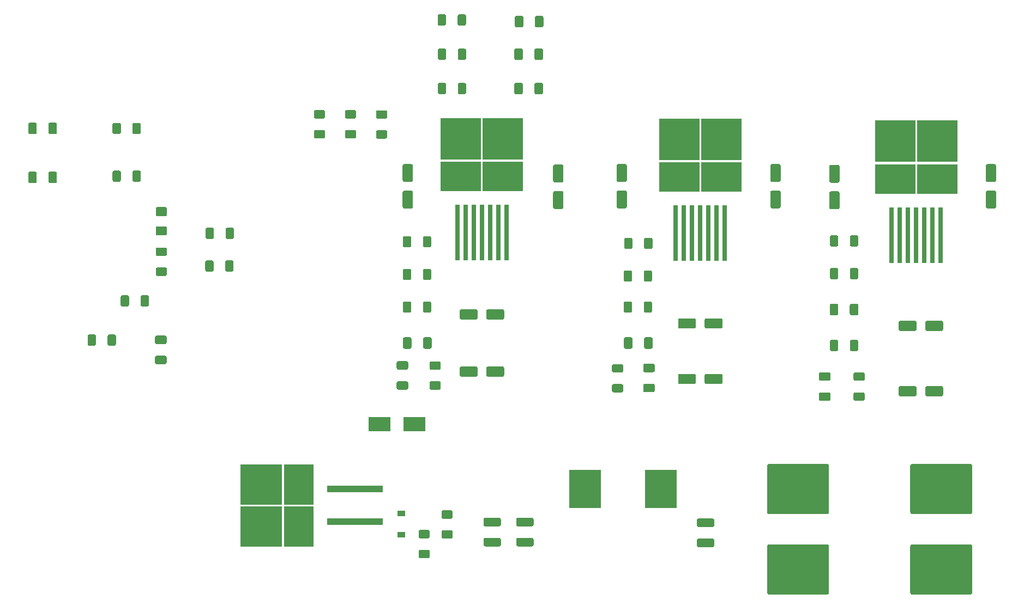
<source format=gtp>
%TF.GenerationSoftware,KiCad,Pcbnew,5.1.10*%
%TF.CreationDate,2021-11-15T11:07:25+01:00*%
%TF.ProjectId,PCB_BLDC,5043425f-424c-4444-932e-6b696361645f,V1*%
%TF.SameCoordinates,Original*%
%TF.FileFunction,Paste,Top*%
%TF.FilePolarity,Positive*%
%FSLAX46Y46*%
G04 Gerber Fmt 4.6, Leading zero omitted, Abs format (unit mm)*
G04 Created by KiCad (PCBNEW 5.1.10) date 2021-11-15 11:07:25*
%MOMM*%
%LPD*%
G01*
G04 APERTURE LIST*
%ADD10R,0.800000X8.600000*%
%ADD11R,6.250000X6.550000*%
%ADD12R,6.250000X4.550000*%
%ADD13R,4.550000X6.250000*%
%ADD14R,6.550000X6.250000*%
%ADD15R,8.600000X1.100000*%
%ADD16R,3.500000X2.300000*%
%ADD17R,1.200000X0.900000*%
%ADD18R,4.900000X6.000000*%
G04 APERTURE END LIST*
%TO.C,R23*%
G36*
G01*
X111390000Y-69459000D02*
X111390000Y-68209000D01*
G75*
G02*
X111640000Y-67959000I250000J0D01*
G01*
X112440000Y-67959000D01*
G75*
G02*
X112690000Y-68209000I0J-250000D01*
G01*
X112690000Y-69459000D01*
G75*
G02*
X112440000Y-69709000I-250000J0D01*
G01*
X111640000Y-69709000D01*
G75*
G02*
X111390000Y-69459000I0J250000D01*
G01*
G37*
G36*
G01*
X108290000Y-69459000D02*
X108290000Y-68209000D01*
G75*
G02*
X108540000Y-67959000I250000J0D01*
G01*
X109340000Y-67959000D01*
G75*
G02*
X109590000Y-68209000I0J-250000D01*
G01*
X109590000Y-69459000D01*
G75*
G02*
X109340000Y-69709000I-250000J0D01*
G01*
X108540000Y-69709000D01*
G75*
G02*
X108290000Y-69459000I0J250000D01*
G01*
G37*
%TD*%
%TO.C,R22*%
G36*
G01*
X94117000Y-80630000D02*
X95367000Y-80630000D01*
G75*
G02*
X95617000Y-80880000I0J-250000D01*
G01*
X95617000Y-81680000D01*
G75*
G02*
X95367000Y-81930000I-250000J0D01*
G01*
X94117000Y-81930000D01*
G75*
G02*
X93867000Y-81680000I0J250000D01*
G01*
X93867000Y-80880000D01*
G75*
G02*
X94117000Y-80630000I250000J0D01*
G01*
G37*
G36*
G01*
X94117000Y-77530000D02*
X95367000Y-77530000D01*
G75*
G02*
X95617000Y-77780000I0J-250000D01*
G01*
X95617000Y-78580000D01*
G75*
G02*
X95367000Y-78830000I-250000J0D01*
G01*
X94117000Y-78830000D01*
G75*
G02*
X93867000Y-78580000I0J250000D01*
G01*
X93867000Y-77780000D01*
G75*
G02*
X94117000Y-77530000I250000J0D01*
G01*
G37*
%TD*%
%TO.C,R21*%
G36*
G01*
X111364000Y-64125000D02*
X111364000Y-62875000D01*
G75*
G02*
X111614000Y-62625000I250000J0D01*
G01*
X112414000Y-62625000D01*
G75*
G02*
X112664000Y-62875000I0J-250000D01*
G01*
X112664000Y-64125000D01*
G75*
G02*
X112414000Y-64375000I-250000J0D01*
G01*
X111614000Y-64375000D01*
G75*
G02*
X111364000Y-64125000I0J250000D01*
G01*
G37*
G36*
G01*
X108264000Y-64125000D02*
X108264000Y-62875000D01*
G75*
G02*
X108514000Y-62625000I250000J0D01*
G01*
X109314000Y-62625000D01*
G75*
G02*
X109564000Y-62875000I0J-250000D01*
G01*
X109564000Y-64125000D01*
G75*
G02*
X109314000Y-64375000I-250000J0D01*
G01*
X108514000Y-64375000D01*
G75*
G02*
X108264000Y-64125000I0J250000D01*
G01*
G37*
%TD*%
%TO.C,R20*%
G36*
G01*
X89291000Y-80630000D02*
X90541000Y-80630000D01*
G75*
G02*
X90791000Y-80880000I0J-250000D01*
G01*
X90791000Y-81680000D01*
G75*
G02*
X90541000Y-81930000I-250000J0D01*
G01*
X89291000Y-81930000D01*
G75*
G02*
X89041000Y-81680000I0J250000D01*
G01*
X89041000Y-80880000D01*
G75*
G02*
X89291000Y-80630000I250000J0D01*
G01*
G37*
G36*
G01*
X89291000Y-77530000D02*
X90541000Y-77530000D01*
G75*
G02*
X90791000Y-77780000I0J-250000D01*
G01*
X90791000Y-78580000D01*
G75*
G02*
X90541000Y-78830000I-250000J0D01*
G01*
X89291000Y-78830000D01*
G75*
G02*
X89041000Y-78580000I0J250000D01*
G01*
X89041000Y-77780000D01*
G75*
G02*
X89291000Y-77530000I250000J0D01*
G01*
G37*
%TD*%
%TO.C,R19*%
G36*
G01*
X111390000Y-74793000D02*
X111390000Y-73543000D01*
G75*
G02*
X111640000Y-73293000I250000J0D01*
G01*
X112440000Y-73293000D01*
G75*
G02*
X112690000Y-73543000I0J-250000D01*
G01*
X112690000Y-74793000D01*
G75*
G02*
X112440000Y-75043000I-250000J0D01*
G01*
X111640000Y-75043000D01*
G75*
G02*
X111390000Y-74793000I0J250000D01*
G01*
G37*
G36*
G01*
X108290000Y-74793000D02*
X108290000Y-73543000D01*
G75*
G02*
X108540000Y-73293000I250000J0D01*
G01*
X109340000Y-73293000D01*
G75*
G02*
X109590000Y-73543000I0J-250000D01*
G01*
X109590000Y-74793000D01*
G75*
G02*
X109340000Y-75043000I-250000J0D01*
G01*
X108540000Y-75043000D01*
G75*
G02*
X108290000Y-74793000I0J250000D01*
G01*
G37*
%TD*%
%TO.C,R18*%
G36*
G01*
X98943000Y-80656000D02*
X100193000Y-80656000D01*
G75*
G02*
X100443000Y-80906000I0J-250000D01*
G01*
X100443000Y-81706000D01*
G75*
G02*
X100193000Y-81956000I-250000J0D01*
G01*
X98943000Y-81956000D01*
G75*
G02*
X98693000Y-81706000I0J250000D01*
G01*
X98693000Y-80906000D01*
G75*
G02*
X98943000Y-80656000I250000J0D01*
G01*
G37*
G36*
G01*
X98943000Y-77556000D02*
X100193000Y-77556000D01*
G75*
G02*
X100443000Y-77806000I0J-250000D01*
G01*
X100443000Y-78606000D01*
G75*
G02*
X100193000Y-78856000I-250000J0D01*
G01*
X98943000Y-78856000D01*
G75*
G02*
X98693000Y-78606000I0J250000D01*
G01*
X98693000Y-77806000D01*
G75*
G02*
X98943000Y-77556000I250000J0D01*
G01*
G37*
%TD*%
%TO.C,C28*%
G36*
G01*
X123289500Y-69484001D02*
X123289500Y-68183999D01*
G75*
G02*
X123539499Y-67934000I249999J0D01*
G01*
X124364501Y-67934000D01*
G75*
G02*
X124614500Y-68183999I0J-249999D01*
G01*
X124614500Y-69484001D01*
G75*
G02*
X124364501Y-69734000I-249999J0D01*
G01*
X123539499Y-69734000D01*
G75*
G02*
X123289500Y-69484001I0J249999D01*
G01*
G37*
G36*
G01*
X120164500Y-69484001D02*
X120164500Y-68183999D01*
G75*
G02*
X120414499Y-67934000I249999J0D01*
G01*
X121239501Y-67934000D01*
G75*
G02*
X121489500Y-68183999I0J-249999D01*
G01*
X121489500Y-69484001D01*
G75*
G02*
X121239501Y-69734000I-249999J0D01*
G01*
X120414499Y-69734000D01*
G75*
G02*
X120164500Y-69484001I0J249999D01*
G01*
G37*
%TD*%
%TO.C,C27*%
G36*
G01*
X123366500Y-64404001D02*
X123366500Y-63103999D01*
G75*
G02*
X123616499Y-62854000I249999J0D01*
G01*
X124441501Y-62854000D01*
G75*
G02*
X124691500Y-63103999I0J-249999D01*
G01*
X124691500Y-64404001D01*
G75*
G02*
X124441501Y-64654000I-249999J0D01*
G01*
X123616499Y-64654000D01*
G75*
G02*
X123366500Y-64404001I0J249999D01*
G01*
G37*
G36*
G01*
X120241500Y-64404001D02*
X120241500Y-63103999D01*
G75*
G02*
X120491499Y-62854000I249999J0D01*
G01*
X121316501Y-62854000D01*
G75*
G02*
X121566500Y-63103999I0J-249999D01*
G01*
X121566500Y-64404001D01*
G75*
G02*
X121316501Y-64654000I-249999J0D01*
G01*
X120491499Y-64654000D01*
G75*
G02*
X120241500Y-64404001I0J249999D01*
G01*
G37*
%TD*%
%TO.C,C26*%
G36*
G01*
X123289500Y-74818001D02*
X123289500Y-73517999D01*
G75*
G02*
X123539499Y-73268000I249999J0D01*
G01*
X124364501Y-73268000D01*
G75*
G02*
X124614500Y-73517999I0J-249999D01*
G01*
X124614500Y-74818001D01*
G75*
G02*
X124364501Y-75068000I-249999J0D01*
G01*
X123539499Y-75068000D01*
G75*
G02*
X123289500Y-74818001I0J249999D01*
G01*
G37*
G36*
G01*
X120164500Y-74818001D02*
X120164500Y-73517999D01*
G75*
G02*
X120414499Y-73268000I249999J0D01*
G01*
X121239501Y-73268000D01*
G75*
G02*
X121489500Y-73517999I0J-249999D01*
G01*
X121489500Y-74818001D01*
G75*
G02*
X121239501Y-75068000I-249999J0D01*
G01*
X120414499Y-75068000D01*
G75*
G02*
X120164500Y-74818001I0J249999D01*
G01*
G37*
%TD*%
%TO.C,R27*%
G36*
G01*
X57008000Y-113909000D02*
X57008000Y-112659000D01*
G75*
G02*
X57258000Y-112409000I250000J0D01*
G01*
X58058000Y-112409000D01*
G75*
G02*
X58308000Y-112659000I0J-250000D01*
G01*
X58308000Y-113909000D01*
G75*
G02*
X58058000Y-114159000I-250000J0D01*
G01*
X57258000Y-114159000D01*
G75*
G02*
X57008000Y-113909000I0J250000D01*
G01*
G37*
G36*
G01*
X53908000Y-113909000D02*
X53908000Y-112659000D01*
G75*
G02*
X54158000Y-112409000I250000J0D01*
G01*
X54958000Y-112409000D01*
G75*
G02*
X55208000Y-112659000I0J-250000D01*
G01*
X55208000Y-113909000D01*
G75*
G02*
X54958000Y-114159000I-250000J0D01*
G01*
X54158000Y-114159000D01*
G75*
G02*
X53908000Y-113909000I0J250000D01*
G01*
G37*
%TD*%
%TO.C,R26*%
G36*
G01*
X62140000Y-107813000D02*
X62140000Y-106563000D01*
G75*
G02*
X62390000Y-106313000I250000J0D01*
G01*
X63190000Y-106313000D01*
G75*
G02*
X63440000Y-106563000I0J-250000D01*
G01*
X63440000Y-107813000D01*
G75*
G02*
X63190000Y-108063000I-250000J0D01*
G01*
X62390000Y-108063000D01*
G75*
G02*
X62140000Y-107813000I0J250000D01*
G01*
G37*
G36*
G01*
X59040000Y-107813000D02*
X59040000Y-106563000D01*
G75*
G02*
X59290000Y-106313000I250000J0D01*
G01*
X60090000Y-106313000D01*
G75*
G02*
X60340000Y-106563000I0J-250000D01*
G01*
X60340000Y-107813000D01*
G75*
G02*
X60090000Y-108063000I-250000J0D01*
G01*
X59290000Y-108063000D01*
G75*
G02*
X59040000Y-107813000I0J250000D01*
G01*
G37*
%TD*%
%TO.C,C29*%
G36*
G01*
X64627999Y-115708000D02*
X65928001Y-115708000D01*
G75*
G02*
X66178000Y-115957999I0J-249999D01*
G01*
X66178000Y-116783001D01*
G75*
G02*
X65928001Y-117033000I-249999J0D01*
G01*
X64627999Y-117033000D01*
G75*
G02*
X64378000Y-116783001I0J249999D01*
G01*
X64378000Y-115957999D01*
G75*
G02*
X64627999Y-115708000I249999J0D01*
G01*
G37*
G36*
G01*
X64627999Y-112583000D02*
X65928001Y-112583000D01*
G75*
G02*
X66178000Y-112832999I0J-249999D01*
G01*
X66178000Y-113658001D01*
G75*
G02*
X65928001Y-113908000I-249999J0D01*
G01*
X64627999Y-113908000D01*
G75*
G02*
X64378000Y-113658001I0J249999D01*
G01*
X64378000Y-112832999D01*
G75*
G02*
X64627999Y-112583000I249999J0D01*
G01*
G37*
%TD*%
%TO.C,R25*%
G36*
G01*
X75280000Y-102393000D02*
X75280000Y-101143000D01*
G75*
G02*
X75530000Y-100893000I250000J0D01*
G01*
X76330000Y-100893000D01*
G75*
G02*
X76580000Y-101143000I0J-250000D01*
G01*
X76580000Y-102393000D01*
G75*
G02*
X76330000Y-102643000I-250000J0D01*
G01*
X75530000Y-102643000D01*
G75*
G02*
X75280000Y-102393000I0J250000D01*
G01*
G37*
G36*
G01*
X72180000Y-102393000D02*
X72180000Y-101143000D01*
G75*
G02*
X72430000Y-100893000I250000J0D01*
G01*
X73230000Y-100893000D01*
G75*
G02*
X73480000Y-101143000I0J-250000D01*
G01*
X73480000Y-102393000D01*
G75*
G02*
X73230000Y-102643000I-250000J0D01*
G01*
X72430000Y-102643000D01*
G75*
G02*
X72180000Y-102393000I0J250000D01*
G01*
G37*
%TD*%
%TO.C,R24*%
G36*
G01*
X75332000Y-97313000D02*
X75332000Y-96063000D01*
G75*
G02*
X75582000Y-95813000I250000J0D01*
G01*
X76382000Y-95813000D01*
G75*
G02*
X76632000Y-96063000I0J-250000D01*
G01*
X76632000Y-97313000D01*
G75*
G02*
X76382000Y-97563000I-250000J0D01*
G01*
X75582000Y-97563000D01*
G75*
G02*
X75332000Y-97313000I0J250000D01*
G01*
G37*
G36*
G01*
X72232000Y-97313000D02*
X72232000Y-96063000D01*
G75*
G02*
X72482000Y-95813000I250000J0D01*
G01*
X73282000Y-95813000D01*
G75*
G02*
X73532000Y-96063000I0J-250000D01*
G01*
X73532000Y-97313000D01*
G75*
G02*
X73282000Y-97563000I-250000J0D01*
G01*
X72482000Y-97563000D01*
G75*
G02*
X72232000Y-97313000I0J250000D01*
G01*
G37*
%TD*%
%TO.C,C4*%
G36*
G01*
X120718398Y-144041300D02*
X122918402Y-144041300D01*
G75*
G02*
X123168400Y-144291298I0J-249998D01*
G01*
X123168400Y-145116302D01*
G75*
G02*
X122918402Y-145366300I-249998J0D01*
G01*
X120718398Y-145366300D01*
G75*
G02*
X120468400Y-145116302I0J249998D01*
G01*
X120468400Y-144291298D01*
G75*
G02*
X120718398Y-144041300I249998J0D01*
G01*
G37*
G36*
G01*
X120718398Y-140916300D02*
X122918402Y-140916300D01*
G75*
G02*
X123168400Y-141166298I0J-249998D01*
G01*
X123168400Y-141991302D01*
G75*
G02*
X122918402Y-142241300I-249998J0D01*
G01*
X120718398Y-142241300D01*
G75*
G02*
X120468400Y-141991302I0J249998D01*
G01*
X120468400Y-141166298D01*
G75*
G02*
X120718398Y-140916300I249998J0D01*
G01*
G37*
%TD*%
%TO.C,C2*%
G36*
G01*
X148759998Y-144156000D02*
X150960002Y-144156000D01*
G75*
G02*
X151210000Y-144405998I0J-249998D01*
G01*
X151210000Y-145231002D01*
G75*
G02*
X150960002Y-145481000I-249998J0D01*
G01*
X148759998Y-145481000D01*
G75*
G02*
X148510000Y-145231002I0J249998D01*
G01*
X148510000Y-144405998D01*
G75*
G02*
X148759998Y-144156000I249998J0D01*
G01*
G37*
G36*
G01*
X148759998Y-141031000D02*
X150960002Y-141031000D01*
G75*
G02*
X151210000Y-141280998I0J-249998D01*
G01*
X151210000Y-142106002D01*
G75*
G02*
X150960002Y-142356000I-249998J0D01*
G01*
X148759998Y-142356000D01*
G75*
G02*
X148510000Y-142106002I0J249998D01*
G01*
X148510000Y-141280998D01*
G75*
G02*
X148759998Y-141031000I249998J0D01*
G01*
G37*
%TD*%
%TO.C,C1*%
G36*
G01*
X115638398Y-144041300D02*
X117838402Y-144041300D01*
G75*
G02*
X118088400Y-144291298I0J-249998D01*
G01*
X118088400Y-145116302D01*
G75*
G02*
X117838402Y-145366300I-249998J0D01*
G01*
X115638398Y-145366300D01*
G75*
G02*
X115388400Y-145116302I0J249998D01*
G01*
X115388400Y-144291298D01*
G75*
G02*
X115638398Y-144041300I249998J0D01*
G01*
G37*
G36*
G01*
X115638398Y-140916300D02*
X117838402Y-140916300D01*
G75*
G02*
X118088400Y-141166298I0J-249998D01*
G01*
X118088400Y-141991302D01*
G75*
G02*
X117838402Y-142241300I-249998J0D01*
G01*
X115638398Y-142241300D01*
G75*
G02*
X115388400Y-141991302I0J249998D01*
G01*
X115388400Y-141166298D01*
G75*
G02*
X115638398Y-140916300I249998J0D01*
G01*
G37*
%TD*%
D10*
%TO.C,U4*%
X178765200Y-96939200D03*
X180035200Y-96939200D03*
X181305200Y-96939200D03*
X182575200Y-96939200D03*
X183845200Y-96939200D03*
X185115200Y-96939200D03*
X186385200Y-96939200D03*
D11*
X185850200Y-82364200D03*
D12*
X179300200Y-88214200D03*
D11*
X179300200Y-82364200D03*
D12*
X185850200Y-88214200D03*
%TD*%
%TO.C,C21*%
G36*
G01*
X148372200Y-110143200D02*
X148372200Y-111243200D01*
G75*
G02*
X148122200Y-111493200I-250000J0D01*
G01*
X145847200Y-111493200D01*
G75*
G02*
X145597200Y-111243200I0J250000D01*
G01*
X145597200Y-110143200D01*
G75*
G02*
X145847200Y-109893200I250000J0D01*
G01*
X148122200Y-109893200D01*
G75*
G02*
X148372200Y-110143200I0J-250000D01*
G01*
G37*
G36*
G01*
X152497200Y-110143200D02*
X152497200Y-111243200D01*
G75*
G02*
X152247200Y-111493200I-250000J0D01*
G01*
X149972200Y-111493200D01*
G75*
G02*
X149722200Y-111243200I0J250000D01*
G01*
X149722200Y-110143200D01*
G75*
G02*
X149972200Y-109893200I250000J0D01*
G01*
X152247200Y-109893200D01*
G75*
G02*
X152497200Y-110143200I0J-250000D01*
G01*
G37*
%TD*%
%TO.C,C16*%
G36*
G01*
X161281200Y-88682200D02*
X160181200Y-88682200D01*
G75*
G02*
X159931200Y-88432200I0J250000D01*
G01*
X159931200Y-86157200D01*
G75*
G02*
X160181200Y-85907200I250000J0D01*
G01*
X161281200Y-85907200D01*
G75*
G02*
X161531200Y-86157200I0J-250000D01*
G01*
X161531200Y-88432200D01*
G75*
G02*
X161281200Y-88682200I-250000J0D01*
G01*
G37*
G36*
G01*
X161281200Y-92807200D02*
X160181200Y-92807200D01*
G75*
G02*
X159931200Y-92557200I0J250000D01*
G01*
X159931200Y-90282200D01*
G75*
G02*
X160181200Y-90032200I250000J0D01*
G01*
X161281200Y-90032200D01*
G75*
G02*
X161531200Y-90282200I0J-250000D01*
G01*
X161531200Y-92557200D01*
G75*
G02*
X161281200Y-92807200I-250000J0D01*
G01*
G37*
%TD*%
%TO.C,C17*%
G36*
G01*
X137405200Y-88682200D02*
X136305200Y-88682200D01*
G75*
G02*
X136055200Y-88432200I0J250000D01*
G01*
X136055200Y-86157200D01*
G75*
G02*
X136305200Y-85907200I250000J0D01*
G01*
X137405200Y-85907200D01*
G75*
G02*
X137655200Y-86157200I0J-250000D01*
G01*
X137655200Y-88432200D01*
G75*
G02*
X137405200Y-88682200I-250000J0D01*
G01*
G37*
G36*
G01*
X137405200Y-92807200D02*
X136305200Y-92807200D01*
G75*
G02*
X136055200Y-92557200I0J250000D01*
G01*
X136055200Y-90282200D01*
G75*
G02*
X136305200Y-90032200I250000J0D01*
G01*
X137405200Y-90032200D01*
G75*
G02*
X137655200Y-90282200I0J-250000D01*
G01*
X137655200Y-92557200D01*
G75*
G02*
X137405200Y-92807200I-250000J0D01*
G01*
G37*
%TD*%
D10*
%TO.C,U2*%
X111328200Y-96570200D03*
X112598200Y-96570200D03*
X113868200Y-96570200D03*
X115138200Y-96570200D03*
X116408200Y-96570200D03*
X117678200Y-96570200D03*
X118948200Y-96570200D03*
D11*
X118413200Y-81995200D03*
D12*
X111863200Y-87845200D03*
D11*
X111863200Y-81995200D03*
D12*
X118413200Y-87845200D03*
%TD*%
D10*
%TO.C,U3*%
X145237200Y-96624200D03*
X146507200Y-96624200D03*
X147777200Y-96624200D03*
X149047200Y-96624200D03*
X150317200Y-96624200D03*
X151587200Y-96624200D03*
X152857200Y-96624200D03*
D11*
X152322200Y-82049200D03*
D12*
X145772200Y-87899200D03*
D11*
X145772200Y-82049200D03*
D12*
X152322200Y-87899200D03*
%TD*%
D13*
%TO.C,Q1*%
X86705400Y-135713800D03*
D14*
X80855400Y-142263800D03*
D13*
X86705400Y-142263800D03*
D14*
X80855400Y-135713800D03*
D15*
X95430400Y-136448800D03*
X95430400Y-141528800D03*
%TD*%
%TO.C,R17*%
G36*
G01*
X59078200Y-87172999D02*
X59078200Y-88423001D01*
G75*
G02*
X58828201Y-88673000I-249999J0D01*
G01*
X58028199Y-88673000D01*
G75*
G02*
X57778200Y-88423001I0J249999D01*
G01*
X57778200Y-87172999D01*
G75*
G02*
X58028199Y-86923000I249999J0D01*
G01*
X58828201Y-86923000D01*
G75*
G02*
X59078200Y-87172999I0J-249999D01*
G01*
G37*
G36*
G01*
X62178200Y-87172999D02*
X62178200Y-88423001D01*
G75*
G02*
X61928201Y-88673000I-249999J0D01*
G01*
X61128199Y-88673000D01*
G75*
G02*
X60878200Y-88423001I0J249999D01*
G01*
X60878200Y-87172999D01*
G75*
G02*
X61128199Y-86923000I249999J0D01*
G01*
X61928201Y-86923000D01*
G75*
G02*
X62178200Y-87172999I0J-249999D01*
G01*
G37*
%TD*%
%TO.C,R16*%
G36*
G01*
X59078200Y-79743499D02*
X59078200Y-80993501D01*
G75*
G02*
X58828201Y-81243500I-249999J0D01*
G01*
X58028199Y-81243500D01*
G75*
G02*
X57778200Y-80993501I0J249999D01*
G01*
X57778200Y-79743499D01*
G75*
G02*
X58028199Y-79493500I249999J0D01*
G01*
X58828201Y-79493500D01*
G75*
G02*
X59078200Y-79743499I0J-249999D01*
G01*
G37*
G36*
G01*
X62178200Y-79743499D02*
X62178200Y-80993501D01*
G75*
G02*
X61928201Y-81243500I-249999J0D01*
G01*
X61128199Y-81243500D01*
G75*
G02*
X60878200Y-80993501I0J249999D01*
G01*
X60878200Y-79743499D01*
G75*
G02*
X61128199Y-79493500I249999J0D01*
G01*
X61928201Y-79493500D01*
G75*
G02*
X62178200Y-79743499I0J-249999D01*
G01*
G37*
%TD*%
%TO.C,D3*%
G36*
G01*
X64738600Y-92606800D02*
X65988600Y-92606800D01*
G75*
G02*
X66238600Y-92856800I0J-250000D01*
G01*
X66238600Y-93781800D01*
G75*
G02*
X65988600Y-94031800I-250000J0D01*
G01*
X64738600Y-94031800D01*
G75*
G02*
X64488600Y-93781800I0J250000D01*
G01*
X64488600Y-92856800D01*
G75*
G02*
X64738600Y-92606800I250000J0D01*
G01*
G37*
G36*
G01*
X64738600Y-95581800D02*
X65988600Y-95581800D01*
G75*
G02*
X66238600Y-95831800I0J-250000D01*
G01*
X66238600Y-96756800D01*
G75*
G02*
X65988600Y-97006800I-250000J0D01*
G01*
X64738600Y-97006800D01*
G75*
G02*
X64488600Y-96756800I0J250000D01*
G01*
X64488600Y-95831800D01*
G75*
G02*
X64738600Y-95581800I250000J0D01*
G01*
G37*
%TD*%
D16*
%TO.C,D2*%
X99281000Y-126365000D03*
X104681000Y-126365000D03*
%TD*%
D17*
%TO.C,D1*%
X102616000Y-143508000D03*
X102616000Y-140208000D03*
%TD*%
%TO.C,C25*%
G36*
G01*
X182631700Y-120684200D02*
X182631700Y-121784200D01*
G75*
G02*
X182381700Y-122034200I-250000J0D01*
G01*
X180106700Y-122034200D01*
G75*
G02*
X179856700Y-121784200I0J250000D01*
G01*
X179856700Y-120684200D01*
G75*
G02*
X180106700Y-120434200I250000J0D01*
G01*
X182381700Y-120434200D01*
G75*
G02*
X182631700Y-120684200I0J-250000D01*
G01*
G37*
G36*
G01*
X186756700Y-120684200D02*
X186756700Y-121784200D01*
G75*
G02*
X186506700Y-122034200I-250000J0D01*
G01*
X184231700Y-122034200D01*
G75*
G02*
X183981700Y-121784200I0J250000D01*
G01*
X183981700Y-120684200D01*
G75*
G02*
X184231700Y-120434200I250000J0D01*
G01*
X186506700Y-120434200D01*
G75*
G02*
X186756700Y-120684200I0J-250000D01*
G01*
G37*
%TD*%
%TO.C,C24*%
G36*
G01*
X148372200Y-118779200D02*
X148372200Y-119879200D01*
G75*
G02*
X148122200Y-120129200I-250000J0D01*
G01*
X145847200Y-120129200D01*
G75*
G02*
X145597200Y-119879200I0J250000D01*
G01*
X145597200Y-118779200D01*
G75*
G02*
X145847200Y-118529200I250000J0D01*
G01*
X148122200Y-118529200D01*
G75*
G02*
X148372200Y-118779200I0J-250000D01*
G01*
G37*
G36*
G01*
X152497200Y-118779200D02*
X152497200Y-119879200D01*
G75*
G02*
X152247200Y-120129200I-250000J0D01*
G01*
X149972200Y-120129200D01*
G75*
G02*
X149722200Y-119879200I0J250000D01*
G01*
X149722200Y-118779200D01*
G75*
G02*
X149972200Y-118529200I250000J0D01*
G01*
X152247200Y-118529200D01*
G75*
G02*
X152497200Y-118779200I0J-250000D01*
G01*
G37*
%TD*%
%TO.C,C23*%
G36*
G01*
X114463200Y-117636200D02*
X114463200Y-118736200D01*
G75*
G02*
X114213200Y-118986200I-250000J0D01*
G01*
X111938200Y-118986200D01*
G75*
G02*
X111688200Y-118736200I0J250000D01*
G01*
X111688200Y-117636200D01*
G75*
G02*
X111938200Y-117386200I250000J0D01*
G01*
X114213200Y-117386200D01*
G75*
G02*
X114463200Y-117636200I0J-250000D01*
G01*
G37*
G36*
G01*
X118588200Y-117636200D02*
X118588200Y-118736200D01*
G75*
G02*
X118338200Y-118986200I-250000J0D01*
G01*
X116063200Y-118986200D01*
G75*
G02*
X115813200Y-118736200I0J250000D01*
G01*
X115813200Y-117636200D01*
G75*
G02*
X116063200Y-117386200I250000J0D01*
G01*
X118338200Y-117386200D01*
G75*
G02*
X118588200Y-117636200I0J-250000D01*
G01*
G37*
%TD*%
%TO.C,C22*%
G36*
G01*
X182631700Y-110524200D02*
X182631700Y-111624200D01*
G75*
G02*
X182381700Y-111874200I-250000J0D01*
G01*
X180106700Y-111874200D01*
G75*
G02*
X179856700Y-111624200I0J250000D01*
G01*
X179856700Y-110524200D01*
G75*
G02*
X180106700Y-110274200I250000J0D01*
G01*
X182381700Y-110274200D01*
G75*
G02*
X182631700Y-110524200I0J-250000D01*
G01*
G37*
G36*
G01*
X186756700Y-110524200D02*
X186756700Y-111624200D01*
G75*
G02*
X186506700Y-111874200I-250000J0D01*
G01*
X184231700Y-111874200D01*
G75*
G02*
X183981700Y-111624200I0J250000D01*
G01*
X183981700Y-110524200D01*
G75*
G02*
X184231700Y-110274200I250000J0D01*
G01*
X186506700Y-110274200D01*
G75*
G02*
X186756700Y-110524200I0J-250000D01*
G01*
G37*
%TD*%
%TO.C,C20*%
G36*
G01*
X114463200Y-108746200D02*
X114463200Y-109846200D01*
G75*
G02*
X114213200Y-110096200I-250000J0D01*
G01*
X111938200Y-110096200D01*
G75*
G02*
X111688200Y-109846200I0J250000D01*
G01*
X111688200Y-108746200D01*
G75*
G02*
X111938200Y-108496200I250000J0D01*
G01*
X114213200Y-108496200D01*
G75*
G02*
X114463200Y-108746200I0J-250000D01*
G01*
G37*
G36*
G01*
X118588200Y-108746200D02*
X118588200Y-109846200D01*
G75*
G02*
X118338200Y-110096200I-250000J0D01*
G01*
X116063200Y-110096200D01*
G75*
G02*
X115813200Y-109846200I0J250000D01*
G01*
X115813200Y-108746200D01*
G75*
G02*
X116063200Y-108496200I250000J0D01*
G01*
X118338200Y-108496200D01*
G75*
G02*
X118588200Y-108746200I0J-250000D01*
G01*
G37*
%TD*%
%TO.C,C19*%
G36*
G01*
X170425200Y-88809200D02*
X169325200Y-88809200D01*
G75*
G02*
X169075200Y-88559200I0J250000D01*
G01*
X169075200Y-86284200D01*
G75*
G02*
X169325200Y-86034200I250000J0D01*
G01*
X170425200Y-86034200D01*
G75*
G02*
X170675200Y-86284200I0J-250000D01*
G01*
X170675200Y-88559200D01*
G75*
G02*
X170425200Y-88809200I-250000J0D01*
G01*
G37*
G36*
G01*
X170425200Y-92934200D02*
X169325200Y-92934200D01*
G75*
G02*
X169075200Y-92684200I0J250000D01*
G01*
X169075200Y-90409200D01*
G75*
G02*
X169325200Y-90159200I250000J0D01*
G01*
X170425200Y-90159200D01*
G75*
G02*
X170675200Y-90409200I0J-250000D01*
G01*
X170675200Y-92684200D01*
G75*
G02*
X170425200Y-92934200I-250000J0D01*
G01*
G37*
%TD*%
%TO.C,C18*%
G36*
G01*
X194733000Y-92827500D02*
X193633000Y-92827500D01*
G75*
G02*
X193383000Y-92577500I0J250000D01*
G01*
X193383000Y-90302500D01*
G75*
G02*
X193633000Y-90052500I250000J0D01*
G01*
X194733000Y-90052500D01*
G75*
G02*
X194983000Y-90302500I0J-250000D01*
G01*
X194983000Y-92577500D01*
G75*
G02*
X194733000Y-92827500I-250000J0D01*
G01*
G37*
G36*
G01*
X194733000Y-88702500D02*
X193633000Y-88702500D01*
G75*
G02*
X193383000Y-88452500I0J250000D01*
G01*
X193383000Y-86177500D01*
G75*
G02*
X193633000Y-85927500I250000J0D01*
G01*
X194733000Y-85927500D01*
G75*
G02*
X194983000Y-86177500I0J-250000D01*
G01*
X194983000Y-88452500D01*
G75*
G02*
X194733000Y-88702500I-250000J0D01*
G01*
G37*
%TD*%
%TO.C,C15*%
G36*
G01*
X104182000Y-88702500D02*
X103082000Y-88702500D01*
G75*
G02*
X102832000Y-88452500I0J250000D01*
G01*
X102832000Y-86177500D01*
G75*
G02*
X103082000Y-85927500I250000J0D01*
G01*
X104182000Y-85927500D01*
G75*
G02*
X104432000Y-86177500I0J-250000D01*
G01*
X104432000Y-88452500D01*
G75*
G02*
X104182000Y-88702500I-250000J0D01*
G01*
G37*
G36*
G01*
X104182000Y-92827500D02*
X103082000Y-92827500D01*
G75*
G02*
X102832000Y-92577500I0J250000D01*
G01*
X102832000Y-90302500D01*
G75*
G02*
X103082000Y-90052500I250000J0D01*
G01*
X104182000Y-90052500D01*
G75*
G02*
X104432000Y-90302500I0J-250000D01*
G01*
X104432000Y-92577500D01*
G75*
G02*
X104182000Y-92827500I-250000J0D01*
G01*
G37*
%TD*%
%TO.C,C14*%
G36*
G01*
X127550000Y-88763500D02*
X126450000Y-88763500D01*
G75*
G02*
X126200000Y-88513500I0J250000D01*
G01*
X126200000Y-86238500D01*
G75*
G02*
X126450000Y-85988500I250000J0D01*
G01*
X127550000Y-85988500D01*
G75*
G02*
X127800000Y-86238500I0J-250000D01*
G01*
X127800000Y-88513500D01*
G75*
G02*
X127550000Y-88763500I-250000J0D01*
G01*
G37*
G36*
G01*
X127550000Y-92888500D02*
X126450000Y-92888500D01*
G75*
G02*
X126200000Y-92638500I0J250000D01*
G01*
X126200000Y-90363500D01*
G75*
G02*
X126450000Y-90113500I250000J0D01*
G01*
X127550000Y-90113500D01*
G75*
G02*
X127800000Y-90363500I0J-250000D01*
G01*
X127800000Y-92638500D01*
G75*
G02*
X127550000Y-92888500I-250000J0D01*
G01*
G37*
%TD*%
%TO.C,C13*%
G36*
G01*
X170460700Y-107884197D02*
X170460700Y-109184203D01*
G75*
G02*
X170210703Y-109434200I-249997J0D01*
G01*
X169385697Y-109434200D01*
G75*
G02*
X169135700Y-109184203I0J249997D01*
G01*
X169135700Y-107884197D01*
G75*
G02*
X169385697Y-107634200I249997J0D01*
G01*
X170210703Y-107634200D01*
G75*
G02*
X170460700Y-107884197I0J-249997D01*
G01*
G37*
G36*
G01*
X173585700Y-107884197D02*
X173585700Y-109184203D01*
G75*
G02*
X173335703Y-109434200I-249997J0D01*
G01*
X172510697Y-109434200D01*
G75*
G02*
X172260700Y-109184203I0J249997D01*
G01*
X172260700Y-107884197D01*
G75*
G02*
X172510697Y-107634200I249997J0D01*
G01*
X173335703Y-107634200D01*
G75*
G02*
X173585700Y-107884197I0J-249997D01*
G01*
G37*
%TD*%
%TO.C,C12*%
G36*
G01*
X138533700Y-113091197D02*
X138533700Y-114391203D01*
G75*
G02*
X138283703Y-114641200I-249997J0D01*
G01*
X137458697Y-114641200D01*
G75*
G02*
X137208700Y-114391203I0J249997D01*
G01*
X137208700Y-113091197D01*
G75*
G02*
X137458697Y-112841200I249997J0D01*
G01*
X138283703Y-112841200D01*
G75*
G02*
X138533700Y-113091197I0J-249997D01*
G01*
G37*
G36*
G01*
X141658700Y-113091197D02*
X141658700Y-114391203D01*
G75*
G02*
X141408703Y-114641200I-249997J0D01*
G01*
X140583697Y-114641200D01*
G75*
G02*
X140333700Y-114391203I0J249997D01*
G01*
X140333700Y-113091197D01*
G75*
G02*
X140583697Y-112841200I249997J0D01*
G01*
X141408703Y-112841200D01*
G75*
G02*
X141658700Y-113091197I0J-249997D01*
G01*
G37*
%TD*%
%TO.C,C11*%
G36*
G01*
X104205200Y-113091197D02*
X104205200Y-114391203D01*
G75*
G02*
X103955203Y-114641200I-249997J0D01*
G01*
X103130197Y-114641200D01*
G75*
G02*
X102880200Y-114391203I0J249997D01*
G01*
X102880200Y-113091197D01*
G75*
G02*
X103130197Y-112841200I249997J0D01*
G01*
X103955203Y-112841200D01*
G75*
G02*
X104205200Y-113091197I0J-249997D01*
G01*
G37*
G36*
G01*
X107330200Y-113091197D02*
X107330200Y-114391203D01*
G75*
G02*
X107080203Y-114641200I-249997J0D01*
G01*
X106255197Y-114641200D01*
G75*
G02*
X106005200Y-114391203I0J249997D01*
G01*
X106005200Y-113091197D01*
G75*
G02*
X106255197Y-112841200I249997J0D01*
G01*
X107080203Y-112841200D01*
G75*
G02*
X107330200Y-113091197I0J-249997D01*
G01*
G37*
%TD*%
%TO.C,C10*%
G36*
G01*
X169026603Y-119609900D02*
X167726597Y-119609900D01*
G75*
G02*
X167476600Y-119359903I0J249997D01*
G01*
X167476600Y-118534897D01*
G75*
G02*
X167726597Y-118284900I249997J0D01*
G01*
X169026603Y-118284900D01*
G75*
G02*
X169276600Y-118534897I0J-249997D01*
G01*
X169276600Y-119359903D01*
G75*
G02*
X169026603Y-119609900I-249997J0D01*
G01*
G37*
G36*
G01*
X169026603Y-122734900D02*
X167726597Y-122734900D01*
G75*
G02*
X167476600Y-122484903I0J249997D01*
G01*
X167476600Y-121659897D01*
G75*
G02*
X167726597Y-121409900I249997J0D01*
G01*
X169026603Y-121409900D01*
G75*
G02*
X169276600Y-121659897I0J-249997D01*
G01*
X169276600Y-122484903D01*
G75*
G02*
X169026603Y-122734900I-249997J0D01*
G01*
G37*
%TD*%
%TO.C,C9*%
G36*
G01*
X141734303Y-118277200D02*
X140434297Y-118277200D01*
G75*
G02*
X140184300Y-118027203I0J249997D01*
G01*
X140184300Y-117202197D01*
G75*
G02*
X140434297Y-116952200I249997J0D01*
G01*
X141734303Y-116952200D01*
G75*
G02*
X141984300Y-117202197I0J-249997D01*
G01*
X141984300Y-118027203D01*
G75*
G02*
X141734303Y-118277200I-249997J0D01*
G01*
G37*
G36*
G01*
X141734303Y-121402200D02*
X140434297Y-121402200D01*
G75*
G02*
X140184300Y-121152203I0J249997D01*
G01*
X140184300Y-120327197D01*
G75*
G02*
X140434297Y-120077200I249997J0D01*
G01*
X141734303Y-120077200D01*
G75*
G02*
X141984300Y-120327197I0J-249997D01*
G01*
X141984300Y-121152203D01*
G75*
G02*
X141734303Y-121402200I-249997J0D01*
G01*
G37*
%TD*%
%TO.C,C8*%
G36*
G01*
X103443803Y-117882700D02*
X102143797Y-117882700D01*
G75*
G02*
X101893800Y-117632703I0J249997D01*
G01*
X101893800Y-116807697D01*
G75*
G02*
X102143797Y-116557700I249997J0D01*
G01*
X103443803Y-116557700D01*
G75*
G02*
X103693800Y-116807697I0J-249997D01*
G01*
X103693800Y-117632703D01*
G75*
G02*
X103443803Y-117882700I-249997J0D01*
G01*
G37*
G36*
G01*
X103443803Y-121007700D02*
X102143797Y-121007700D01*
G75*
G02*
X101893800Y-120757703I0J249997D01*
G01*
X101893800Y-119932697D01*
G75*
G02*
X102143797Y-119682700I249997J0D01*
G01*
X103443803Y-119682700D01*
G75*
G02*
X103693800Y-119932697I0J-249997D01*
G01*
X103693800Y-120757703D01*
G75*
G02*
X103443803Y-121007700I-249997J0D01*
G01*
G37*
%TD*%
%TO.C,C7*%
G36*
G01*
X46023600Y-79718497D02*
X46023600Y-81018503D01*
G75*
G02*
X45773603Y-81268500I-249997J0D01*
G01*
X44948597Y-81268500D01*
G75*
G02*
X44698600Y-81018503I0J249997D01*
G01*
X44698600Y-79718497D01*
G75*
G02*
X44948597Y-79468500I249997J0D01*
G01*
X45773603Y-79468500D01*
G75*
G02*
X46023600Y-79718497I0J-249997D01*
G01*
G37*
G36*
G01*
X49148600Y-79718497D02*
X49148600Y-81018503D01*
G75*
G02*
X48898603Y-81268500I-249997J0D01*
G01*
X48073597Y-81268500D01*
G75*
G02*
X47823600Y-81018503I0J249997D01*
G01*
X47823600Y-79718497D01*
G75*
G02*
X48073597Y-79468500I249997J0D01*
G01*
X48898603Y-79468500D01*
G75*
G02*
X49148600Y-79718497I0J-249997D01*
G01*
G37*
%TD*%
%TO.C,C6*%
G36*
G01*
X46023600Y-87338497D02*
X46023600Y-88638503D01*
G75*
G02*
X45773603Y-88888500I-249997J0D01*
G01*
X44948597Y-88888500D01*
G75*
G02*
X44698600Y-88638503I0J249997D01*
G01*
X44698600Y-87338497D01*
G75*
G02*
X44948597Y-87088500I249997J0D01*
G01*
X45773603Y-87088500D01*
G75*
G02*
X46023600Y-87338497I0J-249997D01*
G01*
G37*
G36*
G01*
X49148600Y-87338497D02*
X49148600Y-88638503D01*
G75*
G02*
X48898603Y-88888500I-249997J0D01*
G01*
X48073597Y-88888500D01*
G75*
G02*
X47823600Y-88638503I0J249997D01*
G01*
X47823600Y-87338497D01*
G75*
G02*
X48073597Y-87088500I249997J0D01*
G01*
X48898603Y-87088500D01*
G75*
G02*
X49148600Y-87338497I0J-249997D01*
G01*
G37*
%TD*%
%TO.C,C5*%
G36*
G01*
X181911397Y-145048800D02*
X191011403Y-145048800D01*
G75*
G02*
X191261400Y-145298797I0J-249997D01*
G01*
X191261400Y-152598803D01*
G75*
G02*
X191011403Y-152848800I-249997J0D01*
G01*
X181911397Y-152848800D01*
G75*
G02*
X181661400Y-152598803I0J249997D01*
G01*
X181661400Y-145298797D01*
G75*
G02*
X181911397Y-145048800I249997J0D01*
G01*
G37*
G36*
G01*
X181911397Y-132548800D02*
X191011403Y-132548800D01*
G75*
G02*
X191261400Y-132798797I0J-249997D01*
G01*
X191261400Y-140098803D01*
G75*
G02*
X191011403Y-140348800I-249997J0D01*
G01*
X181911397Y-140348800D01*
G75*
G02*
X181661400Y-140098803I0J249997D01*
G01*
X181661400Y-132798797D01*
G75*
G02*
X181911397Y-132548800I249997J0D01*
G01*
G37*
%TD*%
%TO.C,C3*%
G36*
G01*
X159686397Y-145048800D02*
X168786403Y-145048800D01*
G75*
G02*
X169036400Y-145298797I0J-249997D01*
G01*
X169036400Y-152598803D01*
G75*
G02*
X168786403Y-152848800I-249997J0D01*
G01*
X159686397Y-152848800D01*
G75*
G02*
X159436400Y-152598803I0J249997D01*
G01*
X159436400Y-145298797D01*
G75*
G02*
X159686397Y-145048800I249997J0D01*
G01*
G37*
G36*
G01*
X159686397Y-132548800D02*
X168786403Y-132548800D01*
G75*
G02*
X169036400Y-132798797I0J-249997D01*
G01*
X169036400Y-140098803D01*
G75*
G02*
X168786403Y-140348800I-249997J0D01*
G01*
X159686397Y-140348800D01*
G75*
G02*
X159436400Y-140098803I0J249997D01*
G01*
X159436400Y-132798797D01*
G75*
G02*
X159686397Y-132548800I249997J0D01*
G01*
G37*
%TD*%
%TO.C,R1*%
G36*
G01*
X105546999Y-142808000D02*
X106797001Y-142808000D01*
G75*
G02*
X107047000Y-143057999I0J-249999D01*
G01*
X107047000Y-143858001D01*
G75*
G02*
X106797001Y-144108000I-249999J0D01*
G01*
X105546999Y-144108000D01*
G75*
G02*
X105297000Y-143858001I0J249999D01*
G01*
X105297000Y-143057999D01*
G75*
G02*
X105546999Y-142808000I249999J0D01*
G01*
G37*
G36*
G01*
X105546999Y-145908000D02*
X106797001Y-145908000D01*
G75*
G02*
X107047000Y-146157999I0J-249999D01*
G01*
X107047000Y-146958001D01*
G75*
G02*
X106797001Y-147208000I-249999J0D01*
G01*
X105546999Y-147208000D01*
G75*
G02*
X105297000Y-146958001I0J249999D01*
G01*
X105297000Y-146157999D01*
G75*
G02*
X105546999Y-145908000I249999J0D01*
G01*
G37*
%TD*%
%TO.C,R2*%
G36*
G01*
X109102999Y-142860000D02*
X110353001Y-142860000D01*
G75*
G02*
X110603000Y-143109999I0J-249999D01*
G01*
X110603000Y-143910001D01*
G75*
G02*
X110353001Y-144160000I-249999J0D01*
G01*
X109102999Y-144160000D01*
G75*
G02*
X108853000Y-143910001I0J249999D01*
G01*
X108853000Y-143109999D01*
G75*
G02*
X109102999Y-142860000I249999J0D01*
G01*
G37*
G36*
G01*
X109102999Y-139760000D02*
X110353001Y-139760000D01*
G75*
G02*
X110603000Y-140009999I0J-249999D01*
G01*
X110603000Y-140810001D01*
G75*
G02*
X110353001Y-141060000I-249999J0D01*
G01*
X109102999Y-141060000D01*
G75*
G02*
X108853000Y-140810001I0J249999D01*
G01*
X108853000Y-140009999D01*
G75*
G02*
X109102999Y-139760000I249999J0D01*
G01*
G37*
%TD*%
%TO.C,R3*%
G36*
G01*
X65988601Y-103294300D02*
X64738599Y-103294300D01*
G75*
G02*
X64488600Y-103044301I0J249999D01*
G01*
X64488600Y-102244299D01*
G75*
G02*
X64738599Y-101994300I249999J0D01*
G01*
X65988601Y-101994300D01*
G75*
G02*
X66238600Y-102244299I0J-249999D01*
G01*
X66238600Y-103044301D01*
G75*
G02*
X65988601Y-103294300I-249999J0D01*
G01*
G37*
G36*
G01*
X65988601Y-100194300D02*
X64738599Y-100194300D01*
G75*
G02*
X64488600Y-99944301I0J249999D01*
G01*
X64488600Y-99144299D01*
G75*
G02*
X64738599Y-98894300I249999J0D01*
G01*
X65988601Y-98894300D01*
G75*
G02*
X66238600Y-99144299I0J-249999D01*
G01*
X66238600Y-99944301D01*
G75*
G02*
X65988601Y-100194300I-249999J0D01*
G01*
G37*
%TD*%
%TO.C,R4*%
G36*
G01*
X107248799Y-119695200D02*
X108498801Y-119695200D01*
G75*
G02*
X108748800Y-119945199I0J-249999D01*
G01*
X108748800Y-120745201D01*
G75*
G02*
X108498801Y-120995200I-249999J0D01*
G01*
X107248799Y-120995200D01*
G75*
G02*
X106998800Y-120745201I0J249999D01*
G01*
X106998800Y-119945199D01*
G75*
G02*
X107248799Y-119695200I249999J0D01*
G01*
G37*
G36*
G01*
X107248799Y-116595200D02*
X108498801Y-116595200D01*
G75*
G02*
X108748800Y-116845199I0J-249999D01*
G01*
X108748800Y-117645201D01*
G75*
G02*
X108498801Y-117895200I-249999J0D01*
G01*
X107248799Y-117895200D01*
G75*
G02*
X106998800Y-117645201I0J249999D01*
G01*
X106998800Y-116845199D01*
G75*
G02*
X107248799Y-116595200I249999J0D01*
G01*
G37*
%TD*%
%TO.C,R5*%
G36*
G01*
X135582499Y-117027000D02*
X136832501Y-117027000D01*
G75*
G02*
X137082500Y-117276999I0J-249999D01*
G01*
X137082500Y-118077001D01*
G75*
G02*
X136832501Y-118327000I-249999J0D01*
G01*
X135582499Y-118327000D01*
G75*
G02*
X135332500Y-118077001I0J249999D01*
G01*
X135332500Y-117276999D01*
G75*
G02*
X135582499Y-117027000I249999J0D01*
G01*
G37*
G36*
G01*
X135582499Y-120127000D02*
X136832501Y-120127000D01*
G75*
G02*
X137082500Y-120376999I0J-249999D01*
G01*
X137082500Y-121177001D01*
G75*
G02*
X136832501Y-121427000I-249999J0D01*
G01*
X135582499Y-121427000D01*
G75*
G02*
X135332500Y-121177001I0J249999D01*
G01*
X135332500Y-120376999D01*
G75*
G02*
X135582499Y-120127000I249999J0D01*
G01*
G37*
%TD*%
%TO.C,R6*%
G36*
G01*
X173085599Y-118322400D02*
X174335601Y-118322400D01*
G75*
G02*
X174585600Y-118572399I0J-249999D01*
G01*
X174585600Y-119372401D01*
G75*
G02*
X174335601Y-119622400I-249999J0D01*
G01*
X173085599Y-119622400D01*
G75*
G02*
X172835600Y-119372401I0J249999D01*
G01*
X172835600Y-118572399D01*
G75*
G02*
X173085599Y-118322400I249999J0D01*
G01*
G37*
G36*
G01*
X173085599Y-121422400D02*
X174335601Y-121422400D01*
G75*
G02*
X174585600Y-121672399I0J-249999D01*
G01*
X174585600Y-122472401D01*
G75*
G02*
X174335601Y-122722400I-249999J0D01*
G01*
X173085599Y-122722400D01*
G75*
G02*
X172835600Y-122472401I0J249999D01*
G01*
X172835600Y-121672399D01*
G75*
G02*
X173085599Y-121422400I249999J0D01*
G01*
G37*
%TD*%
%TO.C,R7*%
G36*
G01*
X102879200Y-108778201D02*
X102879200Y-107528199D01*
G75*
G02*
X103129199Y-107278200I249999J0D01*
G01*
X103929201Y-107278200D01*
G75*
G02*
X104179200Y-107528199I0J-249999D01*
G01*
X104179200Y-108778201D01*
G75*
G02*
X103929201Y-109028200I-249999J0D01*
G01*
X103129199Y-109028200D01*
G75*
G02*
X102879200Y-108778201I0J249999D01*
G01*
G37*
G36*
G01*
X105979200Y-108778201D02*
X105979200Y-107528199D01*
G75*
G02*
X106229199Y-107278200I249999J0D01*
G01*
X107029201Y-107278200D01*
G75*
G02*
X107279200Y-107528199I0J-249999D01*
G01*
X107279200Y-108778201D01*
G75*
G02*
X107029201Y-109028200I-249999J0D01*
G01*
X106229199Y-109028200D01*
G75*
G02*
X105979200Y-108778201I0J249999D01*
G01*
G37*
%TD*%
%TO.C,R8*%
G36*
G01*
X104179200Y-102448199D02*
X104179200Y-103698201D01*
G75*
G02*
X103929201Y-103948200I-249999J0D01*
G01*
X103129199Y-103948200D01*
G75*
G02*
X102879200Y-103698201I0J249999D01*
G01*
X102879200Y-102448199D01*
G75*
G02*
X103129199Y-102198200I249999J0D01*
G01*
X103929201Y-102198200D01*
G75*
G02*
X104179200Y-102448199I0J-249999D01*
G01*
G37*
G36*
G01*
X107279200Y-102448199D02*
X107279200Y-103698201D01*
G75*
G02*
X107029201Y-103948200I-249999J0D01*
G01*
X106229199Y-103948200D01*
G75*
G02*
X105979200Y-103698201I0J249999D01*
G01*
X105979200Y-102448199D01*
G75*
G02*
X106229199Y-102198200I249999J0D01*
G01*
X107029201Y-102198200D01*
G75*
G02*
X107279200Y-102448199I0J-249999D01*
G01*
G37*
%TD*%
%TO.C,R9*%
G36*
G01*
X107279200Y-97368199D02*
X107279200Y-98618201D01*
G75*
G02*
X107029201Y-98868200I-249999J0D01*
G01*
X106229199Y-98868200D01*
G75*
G02*
X105979200Y-98618201I0J249999D01*
G01*
X105979200Y-97368199D01*
G75*
G02*
X106229199Y-97118200I249999J0D01*
G01*
X107029201Y-97118200D01*
G75*
G02*
X107279200Y-97368199I0J-249999D01*
G01*
G37*
G36*
G01*
X104179200Y-97368199D02*
X104179200Y-98618201D01*
G75*
G02*
X103929201Y-98868200I-249999J0D01*
G01*
X103129199Y-98868200D01*
G75*
G02*
X102879200Y-98618201I0J249999D01*
G01*
X102879200Y-97368199D01*
G75*
G02*
X103129199Y-97118200I249999J0D01*
G01*
X103929201Y-97118200D01*
G75*
G02*
X104179200Y-97368199I0J-249999D01*
G01*
G37*
%TD*%
%TO.C,R10*%
G36*
G01*
X140269200Y-108778201D02*
X140269200Y-107528199D01*
G75*
G02*
X140519199Y-107278200I249999J0D01*
G01*
X141319201Y-107278200D01*
G75*
G02*
X141569200Y-107528199I0J-249999D01*
G01*
X141569200Y-108778201D01*
G75*
G02*
X141319201Y-109028200I-249999J0D01*
G01*
X140519199Y-109028200D01*
G75*
G02*
X140269200Y-108778201I0J249999D01*
G01*
G37*
G36*
G01*
X137169200Y-108778201D02*
X137169200Y-107528199D01*
G75*
G02*
X137419199Y-107278200I249999J0D01*
G01*
X138219201Y-107278200D01*
G75*
G02*
X138469200Y-107528199I0J-249999D01*
G01*
X138469200Y-108778201D01*
G75*
G02*
X138219201Y-109028200I-249999J0D01*
G01*
X137419199Y-109028200D01*
G75*
G02*
X137169200Y-108778201I0J249999D01*
G01*
G37*
%TD*%
%TO.C,R11*%
G36*
G01*
X141569200Y-102702199D02*
X141569200Y-103952201D01*
G75*
G02*
X141319201Y-104202200I-249999J0D01*
G01*
X140519199Y-104202200D01*
G75*
G02*
X140269200Y-103952201I0J249999D01*
G01*
X140269200Y-102702199D01*
G75*
G02*
X140519199Y-102452200I249999J0D01*
G01*
X141319201Y-102452200D01*
G75*
G02*
X141569200Y-102702199I0J-249999D01*
G01*
G37*
G36*
G01*
X138469200Y-102702199D02*
X138469200Y-103952201D01*
G75*
G02*
X138219201Y-104202200I-249999J0D01*
G01*
X137419199Y-104202200D01*
G75*
G02*
X137169200Y-103952201I0J249999D01*
G01*
X137169200Y-102702199D01*
G75*
G02*
X137419199Y-102452200I249999J0D01*
G01*
X138219201Y-102452200D01*
G75*
G02*
X138469200Y-102702199I0J-249999D01*
G01*
G37*
%TD*%
%TO.C,R12*%
G36*
G01*
X141621200Y-97622199D02*
X141621200Y-98872201D01*
G75*
G02*
X141371201Y-99122200I-249999J0D01*
G01*
X140571199Y-99122200D01*
G75*
G02*
X140321200Y-98872201I0J249999D01*
G01*
X140321200Y-97622199D01*
G75*
G02*
X140571199Y-97372200I249999J0D01*
G01*
X141371201Y-97372200D01*
G75*
G02*
X141621200Y-97622199I0J-249999D01*
G01*
G37*
G36*
G01*
X138521200Y-97622199D02*
X138521200Y-98872201D01*
G75*
G02*
X138271201Y-99122200I-249999J0D01*
G01*
X137471199Y-99122200D01*
G75*
G02*
X137221200Y-98872201I0J249999D01*
G01*
X137221200Y-97622199D01*
G75*
G02*
X137471199Y-97372200I249999J0D01*
G01*
X138271201Y-97372200D01*
G75*
G02*
X138521200Y-97622199I0J-249999D01*
G01*
G37*
%TD*%
%TO.C,R13*%
G36*
G01*
X172273200Y-114747201D02*
X172273200Y-113497199D01*
G75*
G02*
X172523199Y-113247200I249999J0D01*
G01*
X173323201Y-113247200D01*
G75*
G02*
X173573200Y-113497199I0J-249999D01*
G01*
X173573200Y-114747201D01*
G75*
G02*
X173323201Y-114997200I-249999J0D01*
G01*
X172523199Y-114997200D01*
G75*
G02*
X172273200Y-114747201I0J249999D01*
G01*
G37*
G36*
G01*
X169173200Y-114747201D02*
X169173200Y-113497199D01*
G75*
G02*
X169423199Y-113247200I249999J0D01*
G01*
X170223201Y-113247200D01*
G75*
G02*
X170473200Y-113497199I0J-249999D01*
G01*
X170473200Y-114747201D01*
G75*
G02*
X170223201Y-114997200I-249999J0D01*
G01*
X169423199Y-114997200D01*
G75*
G02*
X169173200Y-114747201I0J249999D01*
G01*
G37*
%TD*%
%TO.C,R14*%
G36*
G01*
X173573200Y-102321199D02*
X173573200Y-103571201D01*
G75*
G02*
X173323201Y-103821200I-249999J0D01*
G01*
X172523199Y-103821200D01*
G75*
G02*
X172273200Y-103571201I0J249999D01*
G01*
X172273200Y-102321199D01*
G75*
G02*
X172523199Y-102071200I249999J0D01*
G01*
X173323201Y-102071200D01*
G75*
G02*
X173573200Y-102321199I0J-249999D01*
G01*
G37*
G36*
G01*
X170473200Y-102321199D02*
X170473200Y-103571201D01*
G75*
G02*
X170223201Y-103821200I-249999J0D01*
G01*
X169423199Y-103821200D01*
G75*
G02*
X169173200Y-103571201I0J249999D01*
G01*
X169173200Y-102321199D01*
G75*
G02*
X169423199Y-102071200I249999J0D01*
G01*
X170223201Y-102071200D01*
G75*
G02*
X170473200Y-102321199I0J-249999D01*
G01*
G37*
%TD*%
%TO.C,R15*%
G36*
G01*
X170473200Y-97241199D02*
X170473200Y-98491201D01*
G75*
G02*
X170223201Y-98741200I-249999J0D01*
G01*
X169423199Y-98741200D01*
G75*
G02*
X169173200Y-98491201I0J249999D01*
G01*
X169173200Y-97241199D01*
G75*
G02*
X169423199Y-96991200I249999J0D01*
G01*
X170223201Y-96991200D01*
G75*
G02*
X170473200Y-97241199I0J-249999D01*
G01*
G37*
G36*
G01*
X173573200Y-97241199D02*
X173573200Y-98491201D01*
G75*
G02*
X173323201Y-98741200I-249999J0D01*
G01*
X172523199Y-98741200D01*
G75*
G02*
X172273200Y-98491201I0J249999D01*
G01*
X172273200Y-97241199D01*
G75*
G02*
X172523199Y-96991200I249999J0D01*
G01*
X173323201Y-96991200D01*
G75*
G02*
X173573200Y-97241199I0J-249999D01*
G01*
G37*
%TD*%
D18*
%TO.C,L1*%
X131158400Y-136448800D03*
X142958400Y-136448800D03*
%TD*%
M02*

</source>
